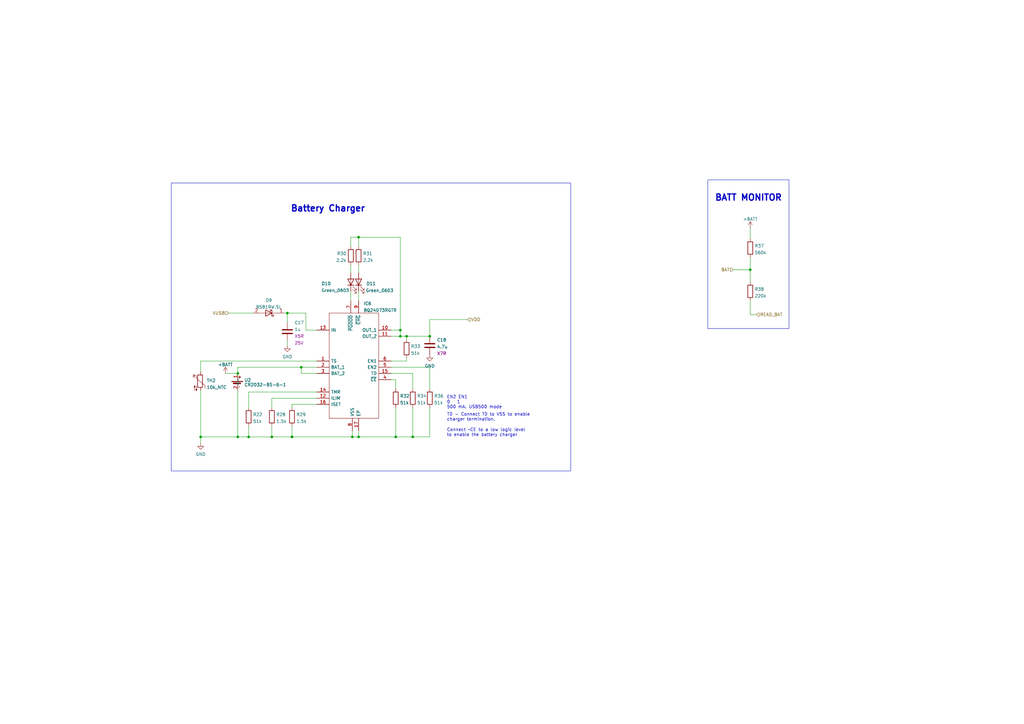
<source format=kicad_sch>
(kicad_sch (version 20231120) (generator "eeschema") (generator_version "8.0")
  (paper "A3")
  (title_block (title "Plant Bot") (date "2025-01-22") (rev "F"))
  (lib_symbols
    (symbol "BatteryHolder_JLC:CR2032-BS-6-1" (pin_names (offset 0.762))
      (property "Reference" "U" (at 9.525 18.415 0))
      (property "Value" "CR2032-BS-6-1" (at 9.525 15.875 0))
      (symbol "CR2032-BS-6-1_0_1"
        (rectangle (start -2.54 -3.175) (end 2.032 -3.429) (fill (type outline)))
        (rectangle (start -1.905 -3.81) (end 1.143 -4.318) (fill (type outline)))
        (polyline (pts (xy 0 -3.175) (xy 0 -2.413)))
        (polyline (pts (xy 0.254 -1.524) (xy 1.27 -1.524)) (stroke (width 0.254)))
        (polyline (pts (xy 0.635 -5.08) (xy 0.635 -5.842)))
        (polyline (pts (xy 0.762 -1.016) (xy 0.762 -2.032)) (stroke (width 0.254)))
      )
      (symbol "CR2032-BS-6-1_1_1"
        (pin passive line (at 0 0 270) (length 2.54) (name "+") (number "1"))
        (pin passive line (at 0 -6.985 90) (length 2.54) (name "-") (number "2"))
      )
    )
    (symbol "Capacitor_JLC:1u" (pin_numbers hide) (pin_names (offset 0.254))
      (property "Reference" "C" (at 0.635 2.54 0))
      (property "Value" "1u" (at 0.635 -2.54 0))
      (property "Type" "X5R" (at 5.08 2.54 0))
      (property "Voltage" "25V" (at 5.08 0 0))
      (symbol "1u_0_1"
        (polyline (pts (xy -2.032 -0.762) (xy 2.032 -0.762)) (stroke (width 0.508)))
        (polyline (pts (xy -2.032 0.762) (xy 2.032 0.762)) (stroke (width 0.508)))
      )
      (symbol "1u_1_1"
        (pin passive line (at 0 3.81 270) (length 2.794) (name "~") (number "1"))
        (pin passive line (at 0 -3.81 90) (length 2.794) (name "~") (number "2"))
      )
    )
    (symbol "Capacitor_JLC:4.7u" (pin_numbers hide) (pin_names (offset 0.254))
      (property "Reference" "C" (at 0.635 2.54 0))
      (property "Value" "4.7u" (at 0.635 -2.54 0))
      (property "Type" "X7R" (at 0 0 0))
      (symbol "4.7u_0_1"
        (polyline (pts (xy -2.032 -0.762) (xy 2.032 -0.762)) (stroke (width 0.508)))
        (polyline (pts (xy -2.032 0.762) (xy 2.032 0.762)) (stroke (width 0.508)))
      )
      (symbol "4.7u_1_1"
        (pin passive line (at 0 3.81 270) (length 2.794) (name "~") (number "1"))
        (pin passive line (at 0 -3.81 90) (length 2.794) (name "~") (number "2"))
      )
    )
    (symbol "Diode_JLC:B5819W.SL" (pin_names (offset 0.762))
      (property "Reference" "D" (at 10.16 8.89 0))
      (property "Value" "B5819W.SL" (at 10.16 6.35 0))
      (symbol "B5819W.SL_0_0"
        (pin passive line (at 0 0 0) (length 2.54) (name "~") (number "1"))
        (pin passive line (at 12.7 0 180) (length 2.54) (name "~") (number "2"))
      )
      (symbol "B5819W.SL_0_1"
        (polyline (pts (xy 2.54 0) (xy 5.08 0)) (stroke (width 0.1524)))
        (polyline (pts (xy 7.62 0) (xy 5.08 0)))
        (polyline (pts (xy 7.62 0) (xy 10.16 0)) (stroke (width 0.1524)))
        (polyline (pts (xy 7.62 1.27) (xy 7.62 -1.27) (xy 5.08 0) (xy 7.62 1.27)) (stroke (width 0.254)))
        (polyline (pts (xy 4.445 0.635) (xy 4.445 1.27) (xy 5.08 1.27) (xy 5.08 -1.27) (xy 5.715 -1.27) (xy 5.715 -0.635)) (stroke (width 0.254)))
      )
    )
    (symbol "Diode_JLC:Green_0603" (pin_numbers hide) (pin_names (offset 1.016) hide)
      (property "Reference" "D" (at 0 5.08 0))
      (property "Value" "Green_0603" (at 0 3.175 0))
      (symbol "Green_0603_0_1"
        (polyline (pts (xy -1.27 -1.27) (xy -1.27 1.27)) (stroke (width 0.254)))
        (polyline (pts (xy -1.27 0) (xy 1.27 0)))
        (polyline (pts (xy 1.27 -1.27) (xy 1.27 1.27) (xy -1.27 0) (xy 1.27 -1.27)) (stroke (width 0.254)))
        (polyline (pts (xy -3.048 -0.762) (xy -4.572 -2.286) (xy -3.81 -2.286) (xy -4.572 -2.286) (xy -4.572 -1.524)))
        (polyline (pts (xy -1.778 -0.762) (xy -3.302 -2.286) (xy -2.54 -2.286) (xy -3.302 -2.286) (xy -3.302 -1.524)))
      )
      (symbol "Green_0603_1_1"
        (pin passive line (at -3.81 0 0) (length 2.54) (name "K") (number "1"))
        (pin passive line (at 3.81 0 180) (length 2.54) (name "A") (number "2"))
      )
    )
    (symbol "Power-Drivers_JLC:BQ24073RGTR" (pin_names (offset 0.762))
      (property "Reference" "IC" (at 69.85 28.575 0))
      (property "Value" "BQ24073RGTR" (at 69.85 26.035 0))
      (symbol "BQ24073RGTR_0_0"
        (pin passive line (at 0 -12.7 0) (length 5.08) (name "TS") (number "1"))
        (pin passive line (at 30.48 0 180) (length 5.08) (name "OUT_1") (number "10"))
        (pin passive line (at 30.48 -2.54 180) (length 5.08) (name "OUT_2") (number "11"))
        (pin passive line (at 0 -27.94 0) (length 5.08) (name "ILIM") (number "12"))
        (pin passive line (at 0 0 0) (length 5.08) (name "IN") (number "13"))
        (pin passive line (at 0 -25.4 0) (length 5.08) (name "TMR") (number "14"))
        (pin passive line (at 30.48 -17.78 180) (length 5.08) (name "TD") (number "15"))
        (pin passive line (at 0 -30.48 0) (length 5.08) (name "ISET") (number "16"))
        (pin passive line (at 17.145 -41.275 90) (length 5.08) (name "EP") (number "17"))
        (pin passive line (at 0 -15.24 0) (length 5.08) (name "BAT_1") (number "2"))
        (pin passive line (at 0 -17.78 0) (length 5.08) (name "BAT_2") (number "3"))
        (pin passive line (at 30.48 -20.32 180) (length 5.08) (name "~{CE}") (number "4"))
        (pin passive line (at 30.48 -15.24 180) (length 5.08) (name "EN2") (number "5"))
        (pin passive line (at 30.48 -12.7 180) (length 5.08) (name "EN1") (number "6"))
        (pin passive line (at 13.97 12.065 270) (length 5.08) (name "~{PGOOD}") (number "7"))
        (pin passive line (at 14.605 -41.275 90) (length 5.08) (name "VSS") (number "8"))
        (pin passive line (at 17.145 12.065 270) (length 5.08) (name "~{CHG}") (number "9"))
      )
      (symbol "BQ24073RGTR_0_1"
        (polyline (pts (xy 5.08 6.985) (xy 25.4 6.985) (xy 25.4 -36.195) (xy 5.08 -36.195) (xy 5.08 6.985)) (stroke (width 0.1524)))
      )
    )
    (symbol "Resistor_JLC:1.5k" (pin_numbers hide) (pin_names (offset 0))
      (property "Reference" "R" (at 2.032 0 90))
      (property "Value" "1.5k" (at 0 0 90))
      (symbol "1.5k_0_1"
        (rectangle (start -1.016 -2.54) (end 1.016 2.54) (stroke (width 0.254)))
      )
      (symbol "1.5k_1_1"
        (pin passive line (at 0 3.81 270) (length 1.27) (name "~") (number "1"))
        (pin passive line (at 0 -3.81 90) (length 1.27) (name "~") (number "2"))
      )
    )
    (symbol "Resistor_JLC:10k_NTC" (pin_numbers hide) (pin_names (offset 0))
      (property "Reference" "TH" (at 2.54 -0.635 0))
      (property "Value" "10k_NTC" (at 5.08 -2.54 0))
      (symbol "10k_NTC_0_1"
        (arc (start -3.0098 -1.9811) (mid -3.0123 -1.8236) (end -3.1368 -1.7271))
        (arc (start -3.0098 -1.9811) (mid -2.9354 -2.1607) (end -2.7558 -2.2351))
        (arc (start -3.0098 -1.3461) (mid -2.9354 -1.5257) (end -2.7558 -1.6001))
        (arc (start -2.7558 -2.2351) (mid -2.5762 -2.1607) (end -2.5018 -1.9811))
        (arc (start -2.7558 -1.6001) (mid -2.3958 -1.5793) (end -2.1208 -1.3461))
        (arc (start -2.7558 -1.0921) (mid -2.9354 -1.1665) (end -3.0098 -1.3461))
        (arc (start -2.5018 -1.3461) (mid -2.5762 -1.1665) (end -2.7558 -1.0921))
        (rectangle (start -1.27 -1.27) (end 0.762 -6.35) (stroke (width 0.254)))
        (polyline (pts (xy -2.5018 -1.9811) (xy -2.5018 -1.3461)))
        (polyline (pts (xy -1.7398 -1.6001) (xy -1.7398 -2.6161) (xy 1.8162 -5.6641) (xy 1.8162 -6.6801)))
        (polyline (pts (xy -2.5018 -7.8231) (xy -2.5018 -5.5371) (xy -2.7558 -6.2991) (xy -2.2478 -6.2991) (xy -2.5018 -5.5371) (xy -2.5018 -5.7911)) (fill (type outline)))
        (polyline (pts (xy -1.7398 -5.5371) (xy -1.7398 -7.8231) (xy -1.9938 -7.0611) (xy -1.4858 -7.0611) (xy -1.7398 -7.8231) (xy -1.7398 -7.5691)) (fill (type outline)))
      )
      (symbol "10k_NTC_1_1"
        (pin passive line (at 0 0 270) (length 1.27) (name "~") (number "1"))
        (pin passive line (at 0 -7.62 90) (length 1.27) (name "~") (number "2"))
      )
    )
    (symbol "Resistor_JLC:2.2k" (pin_numbers hide) (pin_names (offset 0))
      (property "Reference" "R" (at 2.032 0 90))
      (property "Value" "2.2k" (at 0 0 90))
      (symbol "2.2k_0_1"
        (rectangle (start -1.016 -2.54) (end 1.016 2.54) (stroke (width 0.254)))
      )
      (symbol "2.2k_1_1"
        (pin passive line (at 0 3.81 270) (length 1.27) (name "~") (number "1"))
        (pin passive line (at 0 -3.81 90) (length 1.27) (name "~") (number "2"))
      )
    )
    (symbol "Resistor_JLC:220k" (pin_numbers hide) (pin_names (offset 0))
      (property "Reference" "R" (at 2.032 0 90))
      (property "Value" "220k" (at 0 0 90))
      (symbol "220k_0_1"
        (rectangle (start -1.016 -2.54) (end 1.016 2.54) (stroke (width 0.254)))
      )
      (symbol "220k_1_1"
        (pin passive line (at 0 3.81 270) (length 1.27) (name "~") (number "1"))
        (pin passive line (at 0 -3.81 90) (length 1.27) (name "~") (number "2"))
      )
    )
    (symbol "Resistor_JLC:51k" (pin_numbers hide) (pin_names (offset 0))
      (property "Reference" "R" (at 2.032 0 90))
      (property "Value" "51k" (at 0 0 90))
      (symbol "51k_0_1"
        (rectangle (start -1.016 -2.54) (end 1.016 2.54) (stroke (width 0.254)))
      )
      (symbol "51k_1_1"
        (pin passive line (at 0 3.81 270) (length 1.27) (name "~") (number "1"))
        (pin passive line (at 0 -3.81 90) (length 1.27) (name "~") (number "2"))
      )
    )
    (symbol "Resistor_JLC:560k" (pin_numbers hide) (pin_names (offset 0))
      (property "Reference" "R" (at 2.032 0 90))
      (property "Value" "560k" (at 0 0 90))
      (symbol "560k_0_1"
        (rectangle (start -1.016 -2.54) (end 1.016 2.54) (stroke (width 0.254)))
      )
      (symbol "560k_1_1"
        (pin passive line (at 0 3.81 270) (length 1.27) (name "~") (number "1"))
        (pin passive line (at 0 -3.81 90) (length 1.27) (name "~") (number "2"))
      )
    )
    (symbol "power:+BATT" (power) (pin_names (offset 0))
      (property "Value" "+BATT" (at 0 3.556 0))
      (symbol "+BATT_0_1"
        (polyline (pts (xy -0.762 1.27) (xy 0 2.54)))
        (polyline (pts (xy 0 0) (xy 0 2.54)))
        (polyline (pts (xy 0 2.54) (xy 0.762 1.27)))
      )
      (symbol "+BATT_1_1"
        (pin power_in line (at 0 0 90) (length 0) hide (name "+BATT") (number "1"))
      )
    )
    (symbol "power:GND" (power) (pin_names (offset 0))
      (property "Value" "GND" (at 0 -3.81 0))
      (symbol "GND_0_1"
        (polyline (pts (xy 0 0) (xy 0 -1.27) (xy 1.27 -1.27) (xy 0 -2.54) (xy -1.27 -1.27) (xy 0 -1.27)))
      )
      (symbol "GND_1_1"
        (pin power_in line (at 0 0 270) (length 0) hide (name "GND") (number "1"))
      )
    )
  )
  (junction (at 162.306 179.197))
  (junction (at 97.536 179.197))
  (junction (at 117.856 128.397))
  (junction (at 164.211 137.922))
  (junction (at 164.211 135.382))
  (junction (at 169.291 179.197))
  (junction (at 147.066 179.197))
  (junction (at 101.981 179.197))
  (junction (at 123.571 150.622))
  (junction (at 82.296 179.197))
  (junction (at 97.536 153.162))
  (junction (at 119.761 179.197))
  (junction (at 307.721 110.617))
  (junction (at 111.506 179.197))
  (junction (at 147.066 97.282))
  (junction (at 176.276 137.922))
  (junction (at 166.751 137.922))
  (junction (at 144.526 179.197))
  (wire (pts (xy 129.921 148.082) (xy 82.296 148.082)))
  (wire (pts (xy 82.296 179.197) (xy 97.536 179.197)))
  (wire (pts (xy 164.211 137.922) (xy 166.751 137.922)))
  (wire (pts (xy 92.456 153.162) (xy 97.536 153.162)))
  (wire (pts (xy 143.891 97.282) (xy 143.891 101.092)))
  (wire (pts (xy 101.981 174.752) (xy 101.981 179.197)))
  (wire (pts (xy 101.981 179.197) (xy 111.506 179.197)))
  (wire (pts (xy 117.856 128.397) (xy 117.856 132.207)))
  (wire (pts (xy 129.921 135.382) (xy 125.476 135.382)))
  (wire (pts (xy 164.211 135.382) (xy 160.401 135.382)))
  (wire (pts (xy 162.306 167.132) (xy 162.306 179.197)))
  (wire (pts (xy 307.721 105.537) (xy 307.721 110.617)))
  (wire (pts (xy 123.571 150.622) (xy 129.921 150.622)))
  (wire (pts (xy 176.276 150.622) (xy 176.276 159.512)))
  (polyline (pts (xy 323.596 134.747) (xy 323.596 73.787)))
  (wire (pts (xy 101.981 160.782) (xy 101.981 167.132)))
  (wire (pts (xy 119.761 174.752) (xy 119.761 179.197)))
  (wire (pts (xy 117.856 128.397) (xy 116.586 128.397)))
  (wire (pts (xy 162.306 179.197) (xy 169.291 179.197)))
  (wire (pts (xy 147.066 119.507) (xy 147.066 123.317)))
  (wire (pts (xy 166.751 148.082) (xy 166.751 146.812)))
  (wire (pts (xy 97.536 179.197) (xy 101.981 179.197)))
  (wire (pts (xy 169.291 153.162) (xy 160.401 153.162)))
  (wire (pts (xy 119.761 179.197) (xy 144.526 179.197)))
  (wire (pts (xy 129.921 153.162) (xy 123.571 153.162)))
  (wire (pts (xy 111.506 174.752) (xy 111.506 179.197)))
  (wire (pts (xy 129.921 160.782) (xy 101.981 160.782)))
  (wire (pts (xy 300.736 110.617) (xy 307.721 110.617)))
  (wire (pts (xy 166.751 137.922) (xy 166.751 139.192)))
  (wire (pts (xy 162.306 179.197) (xy 147.066 179.197)))
  (wire (pts (xy 147.066 97.282) (xy 147.066 101.092)))
  (wire (pts (xy 82.296 148.082) (xy 82.296 152.527)))
  (wire (pts (xy 169.291 167.132) (xy 169.291 179.197)))
  (wire (pts (xy 191.77 131.064) (xy 176.276 131.064)))
  (wire (pts (xy 160.401 148.082) (xy 166.751 148.082)))
  (wire (pts (xy 97.536 150.622) (xy 123.571 150.622)))
  (wire (pts (xy 164.211 135.382) (xy 164.211 97.282)))
  (wire (pts (xy 160.401 155.702) (xy 162.306 155.702)))
  (wire (pts (xy 117.856 139.827) (xy 117.856 141.732)))
  (wire (pts (xy 147.066 176.657) (xy 147.066 179.197)))
  (wire (pts (xy 93.726 128.397) (xy 103.886 128.397)))
  (wire (pts (xy 176.276 131.064) (xy 176.276 137.922)))
  (wire (pts (xy 129.921 163.322) (xy 111.506 163.322)))
  (wire (pts (xy 176.276 167.132) (xy 176.276 179.197)))
  (wire (pts (xy 307.721 123.317) (xy 307.721 129.032)))
  (polyline (pts (xy 290.322 73.787) (xy 323.596 73.787)))
  (wire (pts (xy 160.401 137.922) (xy 164.211 137.922)))
  (wire (pts (xy 164.211 97.282) (xy 147.066 97.282)))
  (wire (pts (xy 117.856 128.397) (xy 125.476 128.397)))
  (wire (pts (xy 144.526 179.197) (xy 147.066 179.197)))
  (wire (pts (xy 307.721 93.472) (xy 307.721 97.917)))
  (wire (pts (xy 162.306 155.702) (xy 162.306 159.512)))
  (wire (pts (xy 82.296 160.147) (xy 82.296 179.197)))
  (wire (pts (xy 307.721 110.617) (xy 307.721 115.697)))
  (wire (pts (xy 164.211 137.922) (xy 164.211 135.382)))
  (wire (pts (xy 147.066 108.712) (xy 147.066 111.887)))
  (wire (pts (xy 125.476 135.382) (xy 125.476 128.397)))
  (wire (pts (xy 119.761 165.862) (xy 119.761 167.132)))
  (wire (pts (xy 111.506 179.197) (xy 119.761 179.197)))
  (wire (pts (xy 82.296 179.197) (xy 82.296 181.737)))
  (wire (pts (xy 129.921 165.862) (xy 119.761 165.862)))
  (wire (pts (xy 166.751 137.922) (xy 176.276 137.922)))
  (wire (pts (xy 169.291 159.512) (xy 169.291 153.162)))
  (wire (pts (xy 169.291 179.197) (xy 176.276 179.197)))
  (wire (pts (xy 123.571 153.162) (xy 123.571 150.622)))
  (wire (pts (xy 97.536 153.162) (xy 97.536 150.622)))
  (wire (pts (xy 144.526 176.657) (xy 144.526 179.197)))
  (wire (pts (xy 111.506 163.322) (xy 111.506 167.132)))
  (wire (pts (xy 147.066 97.282) (xy 143.891 97.282)))
  (wire (pts (xy 307.721 129.032) (xy 310.261 129.032)))
  (wire (pts (xy 160.401 150.622) (xy 176.276 150.622)))
  (wire (pts (xy 143.891 119.507) (xy 143.891 123.317)))
  (polyline (pts (xy 290.322 134.747) (xy 323.596 134.747)))
  (wire (pts (xy 97.536 160.147) (xy 97.536 179.197)))
  (wire (pts (xy 143.891 108.712) (xy 143.891 111.887)))
  (polyline (pts (xy 290.322 74.041) (xy 290.322 134.747)))
  (rectangle (start 70.231 75.057) (end 234.061 193.167))
  (text "Connect ~CE to a low logic level \nto enable the battery charger" (at 183.261 179.197 0) (effects (font (size 1.27 1.27)) (justify left bottom)))
  (text "TD - Connect TD to VSS to enable\ncharger termination." (at 183.261 172.847 0) (effects (font (size 1.27 1.27)) (justify left bottom)))
  (text "Battery Charger" (at 119.126 87.122 0) (effects (font (size 2.54 2.54) (thickness 0.508) (bold yes)) (justify left bottom)))
  (text "BATT MONITOR" (at 293.116 82.677 0) (effects (font (size 2.54 2.54) (thickness 0.508) (bold yes)) (justify left bottom)))
  (text "EN2 EN1\n0   1 \n500 mA. USB500 mode\n" (at 183.261 167.767 0) (effects (font (size 1.27 1.27)) (justify left bottom)))
  (hierarchical_label "BAT" (shape input) (at 300.736 110.617 180))
  (hierarchical_label "VDD" (shape input) (at 191.77 131.064 0))
  (hierarchical_label "READ_BAT" (shape input) (at 310.261 129.032 0))
  (hierarchical_label "VUSB" (shape input) (at 93.726 128.397 180))
  (symbol (lib_id "Resistor_JLC:220k") (at 307.721 119.507 0) (unit 1)
    (property "Reference" "R38" (at 309.499 118.5985 0) (effects (justify left)))
    (property "Value" "220k" (at 309.499 121.3736 0) (effects (justify left)))
    (property "Footprint" "Resistor_SMD:R_0402_1005Metric" (effects (hide yes)))
    (property "LCSC" "C25767" (effects (hide yes)))
  )
  (symbol (lib_id "Diode_JLC:B5819W.SL") (at 116.586 128.397 180) (unit 1)
    (property "Reference" "D9" (at 110.236 123.1605 0))
    (property "Value" "B5819W.SL" (at 110.236 125.9356 0))
    (property "Footprint" "B5819WSL" (effects (hide yes)))
    (property "Datasheet" "https://file.elecfans.com/web1/M00/8A/32/pIYBAFyLiveAInCMAAthN3CVBXo401.pdf?filename=1505718310707869662.pdf" (effects (hide yes)))
    (property "Description" "SOD-123 Plastic-Encapsulate Diodes" (effects (hide yes)))
    (property "Height" "1.25" (effects (hide yes)))
    (property "Manufacturer_Name" "1-Avel" (effects (hide yes)))
    (property "Manufacturer_Part_Number" "B5819W.SL" (effects (hide yes)))
    (property "LCSC" "C8598" (effects (hide yes)))
  )
  (symbol (lib_id "Resistor_JLC:51k") (at 162.306 163.322 0) (unit 1)
    (property "Reference" "R32" (at 164.084 162.4135 0) (effects (justify left)))
    (property "Value" "51k" (at 164.084 165.1886 0) (effects (justify left)))
    (property "Footprint" "Resistor_SMD:R_0402_1005Metric" (effects (hide yes)))
    (property "LCSC" "C25794" (effects (hide yes)))
  )
  (symbol (lib_id "BatteryHolder_JLC:CR2032-BS-6-1") (at 97.536 153.162 0) (unit 1)
    (property "Reference" "U2" (at 100.203 155.8838 0) (effects (justify left)))
    (property "Value" "CR2032-BS-6-1" (at 100.203 157.8048 0) (effects (justify left)))
    (property "Footprint" "CR2032BS61" (effects (hide yes)))
    (property "Datasheet" "https://datasheet.lcsc.com/szlcsc/Q-J-CR2032-BS-6-1_C70377.pdf" (effects (hide yes)))
    (property "Description" "Battery Holders, Clips & Contacts SMD RoHS" (effects (hide yes)))
    (property "Height" "6" (effects (hide yes)))
    (property "Manufacturer_Name" "Q&J" (effects (hide yes)))
    (property "Manufacturer_Part_Number" "CR2032-BS-6-1" (effects (hide yes)))
    (property "LCSC" "C70377" (effects (hide yes)))
  )
  (symbol (lib_id "Resistor_JLC:2.2k") (at 147.066 104.902 0) (unit 1)
    (property "Reference" "R31" (at 148.844 103.9935 0) (effects (justify left)))
    (property "Value" "2.2k" (at 148.844 106.7686 0) (effects (justify left)))
    (property "Footprint" "Resistor_SMD:R_0402_1005Metric" (effects (hide yes)))
    (property "LCSC" "C25879" (effects (hide yes)))
  )
  (symbol (lib_id "Resistor_JLC:51k") (at 101.981 170.942 0) (unit 1)
    (property "Reference" "R22" (at 103.759 170.0335 0) (effects (justify left)))
    (property "Value" "51k" (at 103.759 172.8086 0) (effects (justify left)))
    (property "Footprint" "Resistor_SMD:R_0402_1005Metric" (effects (hide yes)))
    (property "LCSC" "C25794" (effects (hide yes)))
  )
  (symbol (lib_id "Resistor_JLC:2.2k") (at 143.891 104.902 0) (mirror x) (unit 1)
    (property "Reference" "R30" (at 142.1131 103.9935 0) (effects (justify right)))
    (property "Value" "2.2k" (at 142.1131 106.7686 0) (effects (justify right)))
    (property "Footprint" "Resistor_SMD:R_0402_1005Metric" (effects (hide yes)))
    (property "LCSC" "C25879" (effects (hide yes)))
  )
  (symbol (lib_id "Resistor_JLC:10k_NTC") (at 82.296 152.527 0) (unit 1)
    (property "Reference" "TH2" (at 84.7472 156.0761 0) (effects (justify left)))
    (property "Value" "10k_NTC" (at 84.7472 158.8512 0) (effects (justify left)))
    (property "Footprint" "Resistor_SMD:R_0402_1005Metric" (effects (hide yes)))
    (property "LCSC" "C333993" (effects (hide yes)))
    (property "MPN" "NCU15XH103F6SRC" (effects (hide yes)))
  )
  (symbol (lib_id "Capacitor_JLC:4.7u") (at 176.276 141.732 0) (unit 1)
    (property "Reference" "C18" (at 179.197 139.4359 0) (effects (justify left)))
    (property "Value" "4.7u" (at 179.197 142.211 0) (effects (justify left)))
    (property "Footprint" "Capacitor_SMD:C_1206_3216Metric" (effects (hide yes)))
    (property "Type" "X7R" (at 179.197 144.9861 0) (effects (justify left)))
    (property "LCSC" "C29823" (effects (hide yes)))
    (property "Rating" "50V" (effects (hide yes)))
  )
  (symbol (lib_id "power:GND") (at 117.856 141.732 0) (unit 1)
    (property "Reference" "#PWR037" (effects (hide yes)))
    (property "Value" "GND" (at 117.856 146.2945 0))
  )
  (symbol (lib_id "power:+BATT") (at 307.721 93.472 0) (unit 1)
    (property "Reference" "#PWR041" (effects (hide yes)))
    (property "Value" "+BATT" (at 307.721 89.8675 0))
  )
  (symbol (lib_id "power:GND") (at 176.276 145.542 0) (unit 1)
    (property "Reference" "#PWR038" (effects (hide yes)))
    (property "Value" "GND" (at 176.276 150.1045 0))
  )
  (symbol (lib_id "Capacitor_JLC:1u") (at 117.856 136.017 0) (unit 1)
    (property "Reference" "C17" (at 120.777 132.3334 0) (effects (justify left)))
    (property "Value" "1u" (at 120.777 135.1085 0) (effects (justify left)))
    (property "Footprint" "Capacitor_SMD:C_0402_1005Metric" (effects (hide yes)))
    (property "Type" "X5R" (at 120.777 137.8836 0) (effects (justify left)))
    (property "LCSC" "C52923" (effects (hide yes)))
    (property "Voltage" "25V" (at 120.777 140.6587 0) (effects (justify left)))
  )
  (symbol (lib_id "Resistor_JLC:51k") (at 166.751 143.002 0) (unit 1)
    (property "Reference" "R33" (at 168.529 142.0935 0) (effects (justify left)))
    (property "Value" "51k" (at 168.529 144.8686 0) (effects (justify left)))
    (property "Footprint" "Resistor_SMD:R_0402_1005Metric" (effects (hide yes)))
    (property "LCSC" "C25794" (effects (hide yes)))
  )
  (symbol (lib_id "Power-Drivers_JLC:BQ24073RGTR") (at 129.921 135.382 0) (unit 1)
    (property "Reference" "IC6" (at 149.0854 124.4813 0) (effects (justify left)))
    (property "Value" "BQ24073RGTR" (at 149.0854 127.2564 0) (effects (justify left)))
    (property "Footprint" "QFN50P300X300X100-17N-D" (effects (hide yes)))
    (property "Datasheet" "http://www.ti.com/lit/ds/symlink/bq24073.pdf" (effects (hide yes)))
    (property "Description" "USB-Friendly Li-Ion Battery Charger and Power-Path Management IC, Vout 4.4V" (effects (hide yes)))
    (property "Height" "1" (effects (hide yes)))
    (property "Manufacturer_Name" "Texas Instruments" (effects (hide yes)))
    (property "Manufacturer_Part_Number" "BQ24073RGTR" (effects (hide yes)))
    (property "Mouser Part Number" "595-BQ24073RGTR" (effects (hide yes)))
    (property "Mouser Price/Stock" "https://www.mouser.co.uk/ProductDetail/Texas-Instruments/BQ24073RGTR?qs=ZV%2Fxhq4oszqX%2F3rMt%2FwIsw%3D%3D" (effects (hide yes)))
    (property "Arrow Part Number" "BQ24073RGTR" (effects (hide yes)))
    (property "Arrow Price/Stock" "https://www.arrow.com/en/products/bq24073rgtr/texas-instruments" (effects (hide yes)))
    (property "LCSC" "C15220" (effects (hide yes)))
  )
  (symbol (lib_id "power:GND") (at 82.296 181.737 0) (unit 1)
    (property "Reference" "#PWR019" (effects (hide yes)))
    (property "Value" "GND" (at 82.296 186.2995 0))
  )
  (symbol (lib_id "Resistor_JLC:560k") (at 307.721 101.727 0) (unit 1)
    (property "Reference" "R37" (at 309.499 100.8185 0) (effects (justify left)))
    (property "Value" "560k" (at 309.499 103.5936 0) (effects (justify left)))
    (property "Footprint" "Resistor_SMD:R_0603_1608Metric" (effects (hide yes)))
    (property "LCSC" "C23203" (effects (hide yes)))
  )
  (symbol (lib_id "Resistor_JLC:51k") (at 169.291 163.322 0) (unit 1)
    (property "Reference" "R34" (at 171.069 162.4135 0) (effects (justify left)))
    (property "Value" "51k" (at 171.069 165.1886 0) (effects (justify left)))
    (property "Footprint" "Resistor_SMD:R_0402_1005Metric" (effects (hide yes)))
    (property "LCSC" "C25794" (effects (hide yes)))
  )
  (symbol (lib_id "Diode_JLC:Green_0603") (at 143.891 115.697 90) (unit 1)
    (property "Reference" "D10" (at 131.826 116.332 90) (effects (justify right)))
    (property "Value" "Green_0603" (at 131.826 119.1071 90) (effects (justify right)))
    (property "Footprint" "LED_SMD:LED_0603_1608Metric" (effects (hide yes)))
    (property "Datasheet" "https://datasheet.lcsc.com/lcsc/1811101510_Everlight-Elec-19-217-GHC-YR1S2-3T_C72043.pdf" (effects (hide yes)))
    (property "LCSC" "C72043" (effects (hide yes)))
  )
  (symbol (lib_id "Resistor_JLC:1.5k") (at 119.761 170.942 0) (unit 1)
    (property "Reference" "R29" (at 121.539 170.0335 0) (effects (justify left)))
    (property "Value" "1.5k" (at 121.539 172.8086 0) (effects (justify left)))
    (property "Footprint" "Resistor_SMD:R_0402_1005Metric" (effects (hide yes)))
    (property "LCSC" "C25867" (effects (hide yes)))
  )
  (symbol (lib_id "Resistor_JLC:1.5k") (at 111.506 170.942 0) (unit 1)
    (property "Reference" "R28" (at 113.284 170.0335 0) (effects (justify left)))
    (property "Value" "1.5k" (at 113.284 172.8086 0) (effects (justify left)))
    (property "Footprint" "Resistor_SMD:R_0402_1005Metric" (effects (hide yes)))
    (property "LCSC" "C25867" (effects (hide yes)))
  )
  (symbol (lib_id "Diode_JLC:Green_0603") (at 147.066 115.697 90) (unit 1)
    (property "Reference" "D11" (at 150.241 116.332 90) (effects (justify right)))
    (property "Value" "Green_0603" (at 149.987 119.1511 90) (effects (justify right)))
    (property "Footprint" "LED_SMD:LED_0603_1608Metric" (effects (hide yes)))
    (property "Datasheet" "https://datasheet.lcsc.com/lcsc/1811101510_Everlight-Elec-19-217-GHC-YR1S2-3T_C72043.pdf" (effects (hide yes)))
    (property "LCSC" "C72043" (effects (hide yes)))
  )
  (symbol (lib_id "power:+BATT") (at 92.456 153.162 0) (unit 1)
    (property "Reference" "#PWR020" (effects (hide yes)))
    (property "Value" "+BATT" (at 92.456 149.5575 0))
  )
  (symbol (lib_id "Resistor_JLC:51k") (at 176.276 163.322 0) (unit 1)
    (property "Reference" "R36" (at 178.054 162.4135 0) (effects (justify left)))
    (property "Value" "51k" (at 178.054 165.1886 0) (effects (justify left)))
    (property "Footprint" "Resistor_SMD:R_0402_1005Metric" (effects (hide yes)))
    (property "LCSC" "C25794" (effects (hide yes)))
  )
)
</source>
